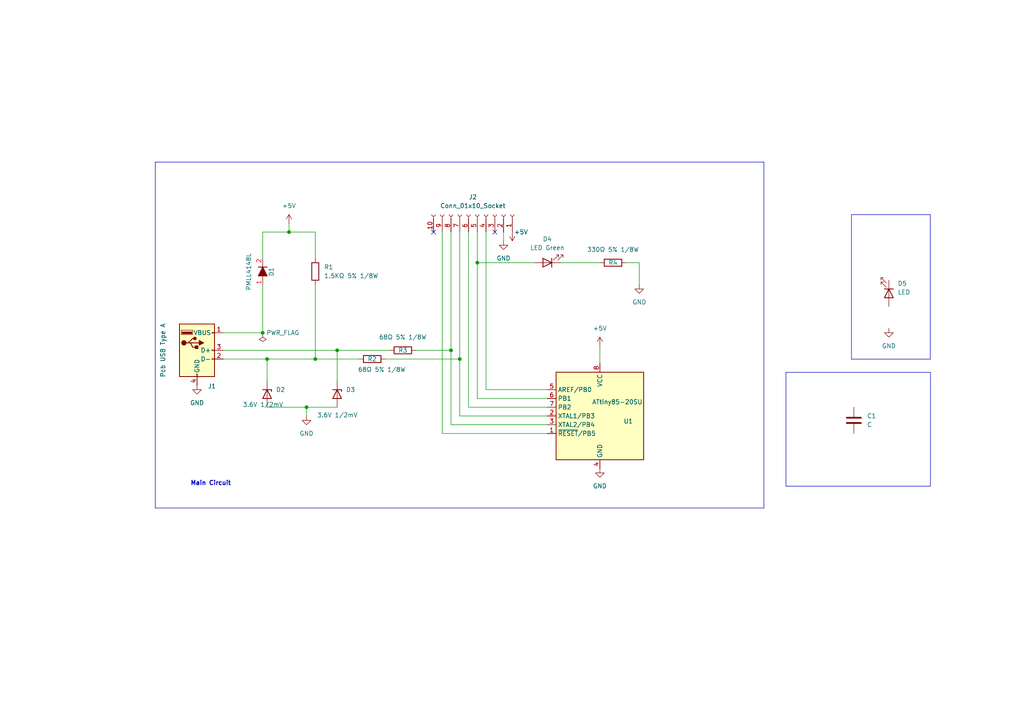
<source format=kicad_sch>
(kicad_sch
	(version 20231120)
	(generator "eeschema")
	(generator_version "8.0")
	(uuid "f2c20679-f28d-47ad-9191-2bfbde129570")
	(paper "A4")
	(title_block
		(date "2024-03-18")
		(rev "version Test2024")
		(company "UCC")
		(comment 1 "proyectoBase2024")
	)
	(lib_symbols
		(symbol "+5V_1"
			(power)
			(pin_names
				(offset 0)
			)
			(exclude_from_sim no)
			(in_bom yes)
			(on_board yes)
			(property "Reference" "#PWR"
				(at 0 -3.81 0)
				(effects
					(font
						(size 1.27 1.27)
					)
					(hide yes)
				)
			)
			(property "Value" "+5V_1"
				(at 0 3.556 0)
				(effects
					(font
						(size 1.27 1.27)
					)
				)
			)
			(property "Footprint" ""
				(at 0 0 0)
				(effects
					(font
						(size 1.27 1.27)
					)
					(hide yes)
				)
			)
			(property "Datasheet" ""
				(at 0 0 0)
				(effects
					(font
						(size 1.27 1.27)
					)
					(hide yes)
				)
			)
			(property "Description" "Power symbol creates a global label with name \"+5V\""
				(at 0 0 0)
				(effects
					(font
						(size 1.27 1.27)
					)
					(hide yes)
				)
			)
			(property "ki_keywords" "global power"
				(at 0 0 0)
				(effects
					(font
						(size 1.27 1.27)
					)
					(hide yes)
				)
			)
			(symbol "+5V_1_0_1"
				(polyline
					(pts
						(xy -0.762 1.27) (xy 0 2.54)
					)
					(stroke
						(width 0)
						(type default)
					)
					(fill
						(type none)
					)
				)
				(polyline
					(pts
						(xy 0 0) (xy 0 2.54)
					)
					(stroke
						(width 0)
						(type default)
					)
					(fill
						(type none)
					)
				)
				(polyline
					(pts
						(xy 0 2.54) (xy 0.762 1.27)
					)
					(stroke
						(width 0)
						(type default)
					)
					(fill
						(type none)
					)
				)
			)
			(symbol "+5V_1_1_1"
				(pin power_in line
					(at 0 0 90)
					(length 0) hide
					(name "+5V"
						(effects
							(font
								(size 1.27 1.27)
							)
						)
					)
					(number "1"
						(effects
							(font
								(size 1.27 1.27)
							)
						)
					)
				)
			)
		)
		(symbol "Connector:Conn_01x10_Socket"
			(pin_names
				(offset 1.016) hide)
			(exclude_from_sim no)
			(in_bom yes)
			(on_board yes)
			(property "Reference" "J"
				(at 0 12.7 0)
				(effects
					(font
						(size 1.27 1.27)
					)
				)
			)
			(property "Value" "Conn_01x10_Socket"
				(at 0 -15.24 0)
				(effects
					(font
						(size 1.27 1.27)
					)
				)
			)
			(property "Footprint" ""
				(at 0 0 0)
				(effects
					(font
						(size 1.27 1.27)
					)
					(hide yes)
				)
			)
			(property "Datasheet" "~"
				(at 0 0 0)
				(effects
					(font
						(size 1.27 1.27)
					)
					(hide yes)
				)
			)
			(property "Description" "Generic connector, single row, 01x10, script generated"
				(at 0 0 0)
				(effects
					(font
						(size 1.27 1.27)
					)
					(hide yes)
				)
			)
			(property "ki_locked" ""
				(at 0 0 0)
				(effects
					(font
						(size 1.27 1.27)
					)
				)
			)
			(property "ki_keywords" "connector"
				(at 0 0 0)
				(effects
					(font
						(size 1.27 1.27)
					)
					(hide yes)
				)
			)
			(property "ki_fp_filters" "Connector*:*_1x??_*"
				(at 0 0 0)
				(effects
					(font
						(size 1.27 1.27)
					)
					(hide yes)
				)
			)
			(symbol "Conn_01x10_Socket_1_1"
				(arc
					(start 0 -12.192)
					(mid -0.5058 -12.7)
					(end 0 -13.208)
					(stroke
						(width 0.1524)
						(type default)
					)
					(fill
						(type none)
					)
				)
				(arc
					(start 0 -9.652)
					(mid -0.5058 -10.16)
					(end 0 -10.668)
					(stroke
						(width 0.1524)
						(type default)
					)
					(fill
						(type none)
					)
				)
				(arc
					(start 0 -7.112)
					(mid -0.5058 -7.62)
					(end 0 -8.128)
					(stroke
						(width 0.1524)
						(type default)
					)
					(fill
						(type none)
					)
				)
				(arc
					(start 0 -4.572)
					(mid -0.5058 -5.08)
					(end 0 -5.588)
					(stroke
						(width 0.1524)
						(type default)
					)
					(fill
						(type none)
					)
				)
				(arc
					(start 0 -2.032)
					(mid -0.5058 -2.54)
					(end 0 -3.048)
					(stroke
						(width 0.1524)
						(type default)
					)
					(fill
						(type none)
					)
				)
				(polyline
					(pts
						(xy -1.27 -12.7) (xy -0.508 -12.7)
					)
					(stroke
						(width 0.1524)
						(type default)
					)
					(fill
						(type none)
					)
				)
				(polyline
					(pts
						(xy -1.27 -10.16) (xy -0.508 -10.16)
					)
					(stroke
						(width 0.1524)
						(type default)
					)
					(fill
						(type none)
					)
				)
				(polyline
					(pts
						(xy -1.27 -7.62) (xy -0.508 -7.62)
					)
					(stroke
						(width 0.1524)
						(type default)
					)
					(fill
						(type none)
					)
				)
				(polyline
					(pts
						(xy -1.27 -5.08) (xy -0.508 -5.08)
					)
					(stroke
						(width 0.1524)
						(type default)
					)
					(fill
						(type none)
					)
				)
				(polyline
					(pts
						(xy -1.27 -2.54) (xy -0.508 -2.54)
					)
					(stroke
						(width 0.1524)
						(type default)
					)
					(fill
						(type none)
					)
				)
				(polyline
					(pts
						(xy -1.27 0) (xy -0.508 0)
					)
					(stroke
						(width 0.1524)
						(type default)
					)
					(fill
						(type none)
					)
				)
				(polyline
					(pts
						(xy -1.27 2.54) (xy -0.508 2.54)
					)
					(stroke
						(width 0.1524)
						(type default)
					)
					(fill
						(type none)
					)
				)
				(polyline
					(pts
						(xy -1.27 5.08) (xy -0.508 5.08)
					)
					(stroke
						(width 0.1524)
						(type default)
					)
					(fill
						(type none)
					)
				)
				(polyline
					(pts
						(xy -1.27 7.62) (xy -0.508 7.62)
					)
					(stroke
						(width 0.1524)
						(type default)
					)
					(fill
						(type none)
					)
				)
				(polyline
					(pts
						(xy -1.27 10.16) (xy -0.508 10.16)
					)
					(stroke
						(width 0.1524)
						(type default)
					)
					(fill
						(type none)
					)
				)
				(arc
					(start 0 0.508)
					(mid -0.5058 0)
					(end 0 -0.508)
					(stroke
						(width 0.1524)
						(type default)
					)
					(fill
						(type none)
					)
				)
				(arc
					(start 0 3.048)
					(mid -0.5058 2.54)
					(end 0 2.032)
					(stroke
						(width 0.1524)
						(type default)
					)
					(fill
						(type none)
					)
				)
				(arc
					(start 0 5.588)
					(mid -0.5058 5.08)
					(end 0 4.572)
					(stroke
						(width 0.1524)
						(type default)
					)
					(fill
						(type none)
					)
				)
				(arc
					(start 0 8.128)
					(mid -0.5058 7.62)
					(end 0 7.112)
					(stroke
						(width 0.1524)
						(type default)
					)
					(fill
						(type none)
					)
				)
				(arc
					(start 0 10.668)
					(mid -0.5058 10.16)
					(end 0 9.652)
					(stroke
						(width 0.1524)
						(type default)
					)
					(fill
						(type none)
					)
				)
				(pin passive line
					(at -5.08 10.16 0)
					(length 3.81)
					(name "Pin_1"
						(effects
							(font
								(size 1.27 1.27)
							)
						)
					)
					(number "1"
						(effects
							(font
								(size 1.27 1.27)
							)
						)
					)
				)
				(pin passive line
					(at -5.08 -12.7 0)
					(length 3.81)
					(name "Pin_10"
						(effects
							(font
								(size 1.27 1.27)
							)
						)
					)
					(number "10"
						(effects
							(font
								(size 1.27 1.27)
							)
						)
					)
				)
				(pin passive line
					(at -5.08 7.62 0)
					(length 3.81)
					(name "Pin_2"
						(effects
							(font
								(size 1.27 1.27)
							)
						)
					)
					(number "2"
						(effects
							(font
								(size 1.27 1.27)
							)
						)
					)
				)
				(pin passive line
					(at -5.08 5.08 0)
					(length 3.81)
					(name "Pin_3"
						(effects
							(font
								(size 1.27 1.27)
							)
						)
					)
					(number "3"
						(effects
							(font
								(size 1.27 1.27)
							)
						)
					)
				)
				(pin passive line
					(at -5.08 2.54 0)
					(length 3.81)
					(name "Pin_4"
						(effects
							(font
								(size 1.27 1.27)
							)
						)
					)
					(number "4"
						(effects
							(font
								(size 1.27 1.27)
							)
						)
					)
				)
				(pin passive line
					(at -5.08 0 0)
					(length 3.81)
					(name "Pin_5"
						(effects
							(font
								(size 1.27 1.27)
							)
						)
					)
					(number "5"
						(effects
							(font
								(size 1.27 1.27)
							)
						)
					)
				)
				(pin passive line
					(at -5.08 -2.54 0)
					(length 3.81)
					(name "Pin_6"
						(effects
							(font
								(size 1.27 1.27)
							)
						)
					)
					(number "6"
						(effects
							(font
								(size 1.27 1.27)
							)
						)
					)
				)
				(pin passive line
					(at -5.08 -5.08 0)
					(length 3.81)
					(name "Pin_7"
						(effects
							(font
								(size 1.27 1.27)
							)
						)
					)
					(number "7"
						(effects
							(font
								(size 1.27 1.27)
							)
						)
					)
				)
				(pin passive line
					(at -5.08 -7.62 0)
					(length 3.81)
					(name "Pin_8"
						(effects
							(font
								(size 1.27 1.27)
							)
						)
					)
					(number "8"
						(effects
							(font
								(size 1.27 1.27)
							)
						)
					)
				)
				(pin passive line
					(at -5.08 -10.16 0)
					(length 3.81)
					(name "Pin_9"
						(effects
							(font
								(size 1.27 1.27)
							)
						)
					)
					(number "9"
						(effects
							(font
								(size 1.27 1.27)
							)
						)
					)
				)
			)
		)
		(symbol "Connector:USB_A"
			(pin_names
				(offset 1.016)
			)
			(exclude_from_sim no)
			(in_bom yes)
			(on_board yes)
			(property "Reference" "J2"
				(at 0 12.7 0)
				(effects
					(font
						(size 1.27 1.27)
					)
				)
			)
			(property "Value" "USB_A"
				(at 0 10.16 0)
				(effects
					(font
						(size 1.27 1.27)
					)
				)
			)
			(property "Footprint" ""
				(at 3.81 -1.27 0)
				(effects
					(font
						(size 1.27 1.27)
					)
					(hide yes)
				)
			)
			(property "Datasheet" " ~"
				(at 3.81 -1.27 0)
				(effects
					(font
						(size 1.27 1.27)
					)
					(hide yes)
				)
			)
			(property "Description" "USB Type A connector"
				(at 0 0 0)
				(effects
					(font
						(size 1.27 1.27)
					)
					(hide yes)
				)
			)
			(property "ki_keywords" "connector USB"
				(at 0 0 0)
				(effects
					(font
						(size 1.27 1.27)
					)
					(hide yes)
				)
			)
			(property "ki_fp_filters" "USB*"
				(at 0 0 0)
				(effects
					(font
						(size 1.27 1.27)
					)
					(hide yes)
				)
			)
			(symbol "USB_A_0_1"
				(rectangle
					(start -5.08 -7.62)
					(end 5.08 7.62)
					(stroke
						(width 0.254)
						(type default)
					)
					(fill
						(type background)
					)
				)
				(circle
					(center -3.81 2.159)
					(radius 0.635)
					(stroke
						(width 0.254)
						(type default)
					)
					(fill
						(type outline)
					)
				)
				(rectangle
					(start -1.524 4.826)
					(end -4.318 5.334)
					(stroke
						(width 0)
						(type default)
					)
					(fill
						(type outline)
					)
				)
				(rectangle
					(start -1.27 4.572)
					(end -4.572 5.842)
					(stroke
						(width 0)
						(type default)
					)
					(fill
						(type none)
					)
				)
				(circle
					(center -0.635 3.429)
					(radius 0.381)
					(stroke
						(width 0.254)
						(type default)
					)
					(fill
						(type outline)
					)
				)
				(rectangle
					(start -0.127 -7.62)
					(end 0.127 -6.858)
					(stroke
						(width 0)
						(type default)
					)
					(fill
						(type none)
					)
				)
				(polyline
					(pts
						(xy -3.175 2.159) (xy -2.54 2.159) (xy -1.27 3.429) (xy -0.635 3.429)
					)
					(stroke
						(width 0.254)
						(type default)
					)
					(fill
						(type none)
					)
				)
				(polyline
					(pts
						(xy -2.54 2.159) (xy -1.905 2.159) (xy -1.27 0.889) (xy 0 0.889)
					)
					(stroke
						(width 0.254)
						(type default)
					)
					(fill
						(type none)
					)
				)
				(polyline
					(pts
						(xy 0.635 2.794) (xy 0.635 1.524) (xy 1.905 2.159) (xy 0.635 2.794)
					)
					(stroke
						(width 0.254)
						(type default)
					)
					(fill
						(type outline)
					)
				)
				(rectangle
					(start 0.254 1.27)
					(end -0.508 0.508)
					(stroke
						(width 0.254)
						(type default)
					)
					(fill
						(type outline)
					)
				)
				(rectangle
					(start 5.08 -2.667)
					(end 4.318 -2.413)
					(stroke
						(width 0)
						(type default)
					)
					(fill
						(type none)
					)
				)
				(rectangle
					(start 5.08 -0.127)
					(end 4.318 0.127)
					(stroke
						(width 0)
						(type default)
					)
					(fill
						(type none)
					)
				)
				(rectangle
					(start 5.08 4.953)
					(end 4.318 5.207)
					(stroke
						(width 0)
						(type default)
					)
					(fill
						(type none)
					)
				)
			)
			(symbol "USB_A_1_1"
				(polyline
					(pts
						(xy -1.905 2.159) (xy 0.635 2.159)
					)
					(stroke
						(width 0.254)
						(type default)
					)
					(fill
						(type none)
					)
				)
				(pin power_in line
					(at 7.62 5.08 180)
					(length 2.54)
					(name "VBUS"
						(effects
							(font
								(size 1.27 1.27)
							)
						)
					)
					(number "1"
						(effects
							(font
								(size 1.27 1.27)
							)
						)
					)
				)
				(pin bidirectional line
					(at 7.62 -2.54 180)
					(length 2.54)
					(name "D-"
						(effects
							(font
								(size 1.27 1.27)
							)
						)
					)
					(number "2"
						(effects
							(font
								(size 1.27 1.27)
							)
						)
					)
				)
				(pin bidirectional line
					(at 7.62 0 180)
					(length 2.54)
					(name "D+"
						(effects
							(font
								(size 1.27 1.27)
							)
						)
					)
					(number "3"
						(effects
							(font
								(size 1.27 1.27)
							)
						)
					)
				)
				(pin power_in line
					(at 0 -10.16 90)
					(length 2.54)
					(name "GND"
						(effects
							(font
								(size 1.27 1.27)
							)
						)
					)
					(number "4"
						(effects
							(font
								(size 1.27 1.27)
							)
						)
					)
				)
			)
		)
		(symbol "D_Filled_1"
			(pin_numbers hide)
			(pin_names
				(offset 1.016) hide)
			(exclude_from_sim no)
			(in_bom yes)
			(on_board yes)
			(property "Reference" "D"
				(at 0 2.54 0)
				(effects
					(font
						(size 1.27 1.27)
					)
				)
			)
			(property "Value" "D_Filled"
				(at 0 -2.54 0)
				(effects
					(font
						(size 1.27 1.27)
					)
				)
			)
			(property "Footprint" ""
				(at 0 0 0)
				(effects
					(font
						(size 1.27 1.27)
					)
					(hide yes)
				)
			)
			(property "Datasheet" "~"
				(at 0 0 0)
				(effects
					(font
						(size 1.27 1.27)
					)
					(hide yes)
				)
			)
			(property "Description" "Diode, filled shape"
				(at 0 0 0)
				(effects
					(font
						(size 1.27 1.27)
					)
					(hide yes)
				)
			)
			(property "Sim.Device" "D"
				(at 0 0 0)
				(effects
					(font
						(size 1.27 1.27)
					)
					(hide yes)
				)
			)
			(property "Sim.Pins" "1=K 2=A"
				(at 0 0 0)
				(effects
					(font
						(size 1.27 1.27)
					)
					(hide yes)
				)
			)
			(property "ki_keywords" "diode"
				(at 0 0 0)
				(effects
					(font
						(size 1.27 1.27)
					)
					(hide yes)
				)
			)
			(property "ki_fp_filters" "TO-???* *_Diode_* *SingleDiode* D_*"
				(at 0 0 0)
				(effects
					(font
						(size 1.27 1.27)
					)
					(hide yes)
				)
			)
			(symbol "D_Filled_1_0_1"
				(polyline
					(pts
						(xy -1.27 1.27) (xy -1.27 -1.27)
					)
					(stroke
						(width 0.254)
						(type default)
					)
					(fill
						(type none)
					)
				)
				(polyline
					(pts
						(xy 1.27 0) (xy -1.27 0)
					)
					(stroke
						(width 0)
						(type default)
					)
					(fill
						(type none)
					)
				)
				(polyline
					(pts
						(xy 1.27 1.27) (xy 1.27 -1.27) (xy -1.27 0) (xy 1.27 1.27)
					)
					(stroke
						(width 0.254)
						(type default)
					)
					(fill
						(type outline)
					)
				)
			)
			(symbol "D_Filled_1_1_1"
				(pin passive line
					(at -3.81 0 0)
					(length 2.54)
					(name "K"
						(effects
							(font
								(size 1.27 1.27)
							)
						)
					)
					(number "1"
						(effects
							(font
								(size 1.27 1.27)
							)
						)
					)
				)
				(pin passive line
					(at 3.81 0 180)
					(length 2.54)
					(name "A"
						(effects
							(font
								(size 1.27 1.27)
							)
						)
					)
					(number "2"
						(effects
							(font
								(size 1.27 1.27)
							)
						)
					)
				)
			)
		)
		(symbol "Device:C"
			(pin_numbers hide)
			(pin_names
				(offset 0.254)
			)
			(exclude_from_sim no)
			(in_bom yes)
			(on_board yes)
			(property "Reference" "C"
				(at 0.635 2.54 0)
				(effects
					(font
						(size 1.27 1.27)
					)
					(justify left)
				)
			)
			(property "Value" "C"
				(at 0.635 -2.54 0)
				(effects
					(font
						(size 1.27 1.27)
					)
					(justify left)
				)
			)
			(property "Footprint" ""
				(at 0.9652 -3.81 0)
				(effects
					(font
						(size 1.27 1.27)
					)
					(hide yes)
				)
			)
			(property "Datasheet" "~"
				(at 0 0 0)
				(effects
					(font
						(size 1.27 1.27)
					)
					(hide yes)
				)
			)
			(property "Description" "Unpolarized capacitor"
				(at 0 0 0)
				(effects
					(font
						(size 1.27 1.27)
					)
					(hide yes)
				)
			)
			(property "ki_keywords" "cap capacitor"
				(at 0 0 0)
				(effects
					(font
						(size 1.27 1.27)
					)
					(hide yes)
				)
			)
			(property "ki_fp_filters" "C_*"
				(at 0 0 0)
				(effects
					(font
						(size 1.27 1.27)
					)
					(hide yes)
				)
			)
			(symbol "C_0_1"
				(polyline
					(pts
						(xy -2.032 -0.762) (xy 2.032 -0.762)
					)
					(stroke
						(width 0.508)
						(type default)
					)
					(fill
						(type none)
					)
				)
				(polyline
					(pts
						(xy -2.032 0.762) (xy 2.032 0.762)
					)
					(stroke
						(width 0.508)
						(type default)
					)
					(fill
						(type none)
					)
				)
			)
			(symbol "C_1_1"
				(pin passive line
					(at 0 3.81 270)
					(length 2.794)
					(name "~"
						(effects
							(font
								(size 1.27 1.27)
							)
						)
					)
					(number "1"
						(effects
							(font
								(size 1.27 1.27)
							)
						)
					)
				)
				(pin passive line
					(at 0 -3.81 90)
					(length 2.794)
					(name "~"
						(effects
							(font
								(size 1.27 1.27)
							)
						)
					)
					(number "2"
						(effects
							(font
								(size 1.27 1.27)
							)
						)
					)
				)
			)
		)
		(symbol "Device:D_Zener"
			(pin_numbers hide)
			(pin_names
				(offset 1.016) hide)
			(exclude_from_sim no)
			(in_bom yes)
			(on_board yes)
			(property "Reference" "D"
				(at 0 2.54 0)
				(effects
					(font
						(size 1.27 1.27)
					)
				)
			)
			(property "Value" "D_Zener"
				(at 0 -2.54 0)
				(effects
					(font
						(size 1.27 1.27)
					)
				)
			)
			(property "Footprint" ""
				(at 0 0 0)
				(effects
					(font
						(size 1.27 1.27)
					)
					(hide yes)
				)
			)
			(property "Datasheet" "~"
				(at 0 0 0)
				(effects
					(font
						(size 1.27 1.27)
					)
					(hide yes)
				)
			)
			(property "Description" "Zener diode"
				(at 0 0 0)
				(effects
					(font
						(size 1.27 1.27)
					)
					(hide yes)
				)
			)
			(property "ki_keywords" "diode"
				(at 0 0 0)
				(effects
					(font
						(size 1.27 1.27)
					)
					(hide yes)
				)
			)
			(property "ki_fp_filters" "TO-???* *_Diode_* *SingleDiode* D_*"
				(at 0 0 0)
				(effects
					(font
						(size 1.27 1.27)
					)
					(hide yes)
				)
			)
			(symbol "D_Zener_0_1"
				(polyline
					(pts
						(xy 1.27 0) (xy -1.27 0)
					)
					(stroke
						(width 0)
						(type default)
					)
					(fill
						(type none)
					)
				)
				(polyline
					(pts
						(xy -1.27 -1.27) (xy -1.27 1.27) (xy -0.762 1.27)
					)
					(stroke
						(width 0.254)
						(type default)
					)
					(fill
						(type none)
					)
				)
				(polyline
					(pts
						(xy 1.27 -1.27) (xy 1.27 1.27) (xy -1.27 0) (xy 1.27 -1.27)
					)
					(stroke
						(width 0.254)
						(type default)
					)
					(fill
						(type none)
					)
				)
			)
			(symbol "D_Zener_1_1"
				(pin passive line
					(at -3.81 0 0)
					(length 2.54)
					(name "K"
						(effects
							(font
								(size 1.27 1.27)
							)
						)
					)
					(number "1"
						(effects
							(font
								(size 1.27 1.27)
							)
						)
					)
				)
				(pin passive line
					(at 3.81 0 180)
					(length 2.54)
					(name "A"
						(effects
							(font
								(size 1.27 1.27)
							)
						)
					)
					(number "2"
						(effects
							(font
								(size 1.27 1.27)
							)
						)
					)
				)
			)
		)
		(symbol "Device:LED"
			(pin_numbers hide)
			(pin_names
				(offset 1.016) hide)
			(exclude_from_sim no)
			(in_bom yes)
			(on_board yes)
			(property "Reference" "D"
				(at 0 2.54 0)
				(effects
					(font
						(size 1.27 1.27)
					)
				)
			)
			(property "Value" "LED"
				(at 0 -2.54 0)
				(effects
					(font
						(size 1.27 1.27)
					)
				)
			)
			(property "Footprint" ""
				(at 0 0 0)
				(effects
					(font
						(size 1.27 1.27)
					)
					(hide yes)
				)
			)
			(property "Datasheet" "~"
				(at 0 0 0)
				(effects
					(font
						(size 1.27 1.27)
					)
					(hide yes)
				)
			)
			(property "Description" "Light emitting diode"
				(at 0 0 0)
				(effects
					(font
						(size 1.27 1.27)
					)
					(hide yes)
				)
			)
			(property "ki_keywords" "LED diode"
				(at 0 0 0)
				(effects
					(font
						(size 1.27 1.27)
					)
					(hide yes)
				)
			)
			(property "ki_fp_filters" "LED* LED_SMD:* LED_THT:*"
				(at 0 0 0)
				(effects
					(font
						(size 1.27 1.27)
					)
					(hide yes)
				)
			)
			(symbol "LED_0_1"
				(polyline
					(pts
						(xy -1.27 -1.27) (xy -1.27 1.27)
					)
					(stroke
						(width 0.254)
						(type default)
					)
					(fill
						(type none)
					)
				)
				(polyline
					(pts
						(xy -1.27 0) (xy 1.27 0)
					)
					(stroke
						(width 0)
						(type default)
					)
					(fill
						(type none)
					)
				)
				(polyline
					(pts
						(xy 1.27 -1.27) (xy 1.27 1.27) (xy -1.27 0) (xy 1.27 -1.27)
					)
					(stroke
						(width 0.254)
						(type default)
					)
					(fill
						(type none)
					)
				)
				(polyline
					(pts
						(xy -3.048 -0.762) (xy -4.572 -2.286) (xy -3.81 -2.286) (xy -4.572 -2.286) (xy -4.572 -1.524)
					)
					(stroke
						(width 0)
						(type default)
					)
					(fill
						(type none)
					)
				)
				(polyline
					(pts
						(xy -1.778 -0.762) (xy -3.302 -2.286) (xy -2.54 -2.286) (xy -3.302 -2.286) (xy -3.302 -1.524)
					)
					(stroke
						(width 0)
						(type default)
					)
					(fill
						(type none)
					)
				)
			)
			(symbol "LED_1_1"
				(pin passive line
					(at -3.81 0 0)
					(length 2.54)
					(name "K"
						(effects
							(font
								(size 1.27 1.27)
							)
						)
					)
					(number "1"
						(effects
							(font
								(size 1.27 1.27)
							)
						)
					)
				)
				(pin passive line
					(at 3.81 0 180)
					(length 2.54)
					(name "A"
						(effects
							(font
								(size 1.27 1.27)
							)
						)
					)
					(number "2"
						(effects
							(font
								(size 1.27 1.27)
							)
						)
					)
				)
			)
		)
		(symbol "Device:R"
			(pin_numbers hide)
			(pin_names
				(offset 0)
			)
			(exclude_from_sim no)
			(in_bom yes)
			(on_board yes)
			(property "Reference" "R"
				(at 2.032 0 90)
				(effects
					(font
						(size 1.27 1.27)
					)
				)
			)
			(property "Value" "R"
				(at 0 0 90)
				(effects
					(font
						(size 1.27 1.27)
					)
				)
			)
			(property "Footprint" ""
				(at -1.778 0 90)
				(effects
					(font
						(size 1.27 1.27)
					)
					(hide yes)
				)
			)
			(property "Datasheet" "~"
				(at 0 0 0)
				(effects
					(font
						(size 1.27 1.27)
					)
					(hide yes)
				)
			)
			(property "Description" "Resistor"
				(at 0 0 0)
				(effects
					(font
						(size 1.27 1.27)
					)
					(hide yes)
				)
			)
			(property "ki_keywords" "R res resistor"
				(at 0 0 0)
				(effects
					(font
						(size 1.27 1.27)
					)
					(hide yes)
				)
			)
			(property "ki_fp_filters" "R_*"
				(at 0 0 0)
				(effects
					(font
						(size 1.27 1.27)
					)
					(hide yes)
				)
			)
			(symbol "R_0_1"
				(rectangle
					(start -1.016 -2.54)
					(end 1.016 2.54)
					(stroke
						(width 0.254)
						(type default)
					)
					(fill
						(type none)
					)
				)
			)
			(symbol "R_1_1"
				(pin passive line
					(at 0 3.81 270)
					(length 1.27)
					(name "~"
						(effects
							(font
								(size 1.27 1.27)
							)
						)
					)
					(number "1"
						(effects
							(font
								(size 1.27 1.27)
							)
						)
					)
				)
				(pin passive line
					(at 0 -3.81 90)
					(length 1.27)
					(name "~"
						(effects
							(font
								(size 1.27 1.27)
							)
						)
					)
					(number "2"
						(effects
							(font
								(size 1.27 1.27)
							)
						)
					)
				)
			)
		)
		(symbol "GND_1"
			(power)
			(pin_names
				(offset 0)
			)
			(exclude_from_sim no)
			(in_bom yes)
			(on_board yes)
			(property "Reference" "#PWR"
				(at 0 -6.35 0)
				(effects
					(font
						(size 1.27 1.27)
					)
					(hide yes)
				)
			)
			(property "Value" "GND_1"
				(at 0 -3.81 0)
				(effects
					(font
						(size 1.27 1.27)
					)
				)
			)
			(property "Footprint" ""
				(at 0 0 0)
				(effects
					(font
						(size 1.27 1.27)
					)
					(hide yes)
				)
			)
			(property "Datasheet" ""
				(at 0 0 0)
				(effects
					(font
						(size 1.27 1.27)
					)
					(hide yes)
				)
			)
			(property "Description" "Power symbol creates a global label with name \"GND\" , ground"
				(at 0 0 0)
				(effects
					(font
						(size 1.27 1.27)
					)
					(hide yes)
				)
			)
			(property "ki_keywords" "global power"
				(at 0 0 0)
				(effects
					(font
						(size 1.27 1.27)
					)
					(hide yes)
				)
			)
			(symbol "GND_1_0_1"
				(polyline
					(pts
						(xy 0 0) (xy 0 -1.27) (xy 1.27 -1.27) (xy 0 -2.54) (xy -1.27 -1.27) (xy 0 -1.27)
					)
					(stroke
						(width 0)
						(type default)
					)
					(fill
						(type none)
					)
				)
			)
			(symbol "GND_1_1_1"
				(pin power_in line
					(at 0 0 270)
					(length 0) hide
					(name "GND"
						(effects
							(font
								(size 1.27 1.27)
							)
						)
					)
					(number "1"
						(effects
							(font
								(size 1.27 1.27)
							)
						)
					)
				)
			)
		)
		(symbol "MCU_Microchip_ATtiny:ATtiny85-20S"
			(exclude_from_sim no)
			(in_bom yes)
			(on_board yes)
			(property "Reference" "U"
				(at -12.7 13.97 0)
				(effects
					(font
						(size 1.27 1.27)
					)
					(justify left bottom)
				)
			)
			(property "Value" "ATtiny85-20S"
				(at 2.54 -13.97 0)
				(effects
					(font
						(size 1.27 1.27)
					)
					(justify left top)
				)
			)
			(property "Footprint" "Package_SO:SOIC-8W_5.3x5.3mm_P1.27mm"
				(at 0 0 0)
				(effects
					(font
						(size 1.27 1.27)
						(italic yes)
					)
					(hide yes)
				)
			)
			(property "Datasheet" "http://ww1.microchip.com/downloads/en/DeviceDoc/atmel-2586-avr-8-bit-microcontroller-attiny25-attiny45-attiny85_datasheet.pdf"
				(at 0 0 0)
				(effects
					(font
						(size 1.27 1.27)
					)
					(hide yes)
				)
			)
			(property "Description" "20MHz, 8kB Flash, 512B SRAM, 512B EEPROM, debugWIRE, SOIC-8W"
				(at 0 0 0)
				(effects
					(font
						(size 1.27 1.27)
					)
					(hide yes)
				)
			)
			(property "ki_keywords" "AVR 8bit Microcontroller tinyAVR"
				(at 0 0 0)
				(effects
					(font
						(size 1.27 1.27)
					)
					(hide yes)
				)
			)
			(property "ki_fp_filters" "SOIC*5.3x5.3mm*P1.27mm*"
				(at 0 0 0)
				(effects
					(font
						(size 1.27 1.27)
					)
					(hide yes)
				)
			)
			(symbol "ATtiny85-20S_0_1"
				(rectangle
					(start -12.7 -12.7)
					(end 12.7 12.7)
					(stroke
						(width 0.254)
						(type default)
					)
					(fill
						(type background)
					)
				)
			)
			(symbol "ATtiny85-20S_1_1"
				(pin bidirectional line
					(at 15.24 -5.08 180)
					(length 2.54)
					(name "~{RESET}/PB5"
						(effects
							(font
								(size 1.27 1.27)
							)
						)
					)
					(number "1"
						(effects
							(font
								(size 1.27 1.27)
							)
						)
					)
				)
				(pin bidirectional line
					(at 15.24 0 180)
					(length 2.54)
					(name "XTAL1/PB3"
						(effects
							(font
								(size 1.27 1.27)
							)
						)
					)
					(number "2"
						(effects
							(font
								(size 1.27 1.27)
							)
						)
					)
				)
				(pin bidirectional line
					(at 15.24 -2.54 180)
					(length 2.54)
					(name "XTAL2/PB4"
						(effects
							(font
								(size 1.27 1.27)
							)
						)
					)
					(number "3"
						(effects
							(font
								(size 1.27 1.27)
							)
						)
					)
				)
				(pin power_in line
					(at 0 -15.24 90)
					(length 2.54)
					(name "GND"
						(effects
							(font
								(size 1.27 1.27)
							)
						)
					)
					(number "4"
						(effects
							(font
								(size 1.27 1.27)
							)
						)
					)
				)
				(pin bidirectional line
					(at 15.24 7.62 180)
					(length 2.54)
					(name "AREF/PB0"
						(effects
							(font
								(size 1.27 1.27)
							)
						)
					)
					(number "5"
						(effects
							(font
								(size 1.27 1.27)
							)
						)
					)
				)
				(pin bidirectional line
					(at 15.24 5.08 180)
					(length 2.54)
					(name "PB1"
						(effects
							(font
								(size 1.27 1.27)
							)
						)
					)
					(number "6"
						(effects
							(font
								(size 1.27 1.27)
							)
						)
					)
				)
				(pin bidirectional line
					(at 15.24 2.54 180)
					(length 2.54)
					(name "PB2"
						(effects
							(font
								(size 1.27 1.27)
							)
						)
					)
					(number "7"
						(effects
							(font
								(size 1.27 1.27)
							)
						)
					)
				)
				(pin power_in line
					(at 0 15.24 270)
					(length 2.54)
					(name "VCC"
						(effects
							(font
								(size 1.27 1.27)
							)
						)
					)
					(number "8"
						(effects
							(font
								(size 1.27 1.27)
							)
						)
					)
				)
			)
		)
		(symbol "PWR_FLAG_1"
			(power)
			(pin_numbers hide)
			(pin_names
				(offset 0) hide)
			(exclude_from_sim no)
			(in_bom yes)
			(on_board yes)
			(property "Reference" "#FLG"
				(at 0 1.905 0)
				(effects
					(font
						(size 1.27 1.27)
					)
					(hide yes)
				)
			)
			(property "Value" "PWR_FLAG_1"
				(at 0 3.81 0)
				(effects
					(font
						(size 1.27 1.27)
					)
				)
			)
			(property "Footprint" ""
				(at 0 0 0)
				(effects
					(font
						(size 1.27 1.27)
					)
					(hide yes)
				)
			)
			(property "Datasheet" "~"
				(at 0 0 0)
				(effects
					(font
						(size 1.27 1.27)
					)
					(hide yes)
				)
			)
			(property "Description" "Special symbol for telling ERC where power comes from"
				(at 0 0 0)
				(effects
					(font
						(size 1.27 1.27)
					)
					(hide yes)
				)
			)
			(property "ki_keywords" "flag power"
				(at 0 0 0)
				(effects
					(font
						(size 1.27 1.27)
					)
					(hide yes)
				)
			)
			(symbol "PWR_FLAG_1_0_0"
				(pin power_out line
					(at 0 0 90)
					(length 0)
					(name "pwr"
						(effects
							(font
								(size 1.27 1.27)
							)
						)
					)
					(number "1"
						(effects
							(font
								(size 1.27 1.27)
							)
						)
					)
				)
			)
			(symbol "PWR_FLAG_1_0_1"
				(polyline
					(pts
						(xy 0 0) (xy 0 1.27) (xy -1.016 1.905) (xy 0 2.54) (xy 1.016 1.905) (xy 0 1.27)
					)
					(stroke
						(width 0)
						(type default)
					)
					(fill
						(type none)
					)
				)
			)
		)
	)
	(junction
		(at 91.44 104.14)
		(diameter 0)
		(color 0 0 0 0)
		(uuid "0035e994-c196-4437-9beb-c115342d07f9")
	)
	(junction
		(at 88.9 118.11)
		(diameter 0)
		(color 0 0 0 0)
		(uuid "19cf9e18-affe-4b38-8d92-865c8ccd45f9")
	)
	(junction
		(at 130.81 101.6)
		(diameter 0)
		(color 0 0 0 0)
		(uuid "26349510-0c63-41fc-a6a6-8c9f42553bad")
	)
	(junction
		(at 83.82 67.31)
		(diameter 0)
		(color 0 0 0 0)
		(uuid "45e23898-725d-4312-9589-842bbc39b85b")
	)
	(junction
		(at 138.43 76.2)
		(diameter 0)
		(color 0 0 0 0)
		(uuid "484c10c0-55f0-407f-b681-dcc9d28d86cc")
	)
	(junction
		(at 97.79 101.6)
		(diameter 0)
		(color 0 0 0 0)
		(uuid "49b64edb-a1b5-4dbe-b6b7-dc31092251e2")
	)
	(junction
		(at 77.47 104.14)
		(diameter 0)
		(color 0 0 0 0)
		(uuid "7daf8932-850e-4c06-bf0a-11e7609fcb49")
	)
	(junction
		(at 76.2 96.52)
		(diameter 0)
		(color 0 0 0 0)
		(uuid "bfaa59e3-cfac-4d42-bb44-ced071862d6c")
	)
	(junction
		(at 133.35 104.14)
		(diameter 0)
		(color 0 0 0 0)
		(uuid "f1888cf9-f859-4f45-ac74-3f629219015b")
	)
	(no_connect
		(at 143.51 67.31)
		(uuid "d8fe12a3-d365-4a1e-b445-a736845c5e6e")
	)
	(no_connect
		(at 125.73 67.31)
		(uuid "f872347e-f5e8-462a-a7c6-4fcd3d895ed2")
	)
	(wire
		(pts
			(xy 64.77 101.6) (xy 97.79 101.6)
		)
		(stroke
			(width 0)
			(type default)
		)
		(uuid "091b83b6-0a5c-483c-850f-bd0c993dc8d2")
	)
	(wire
		(pts
			(xy 88.9 118.11) (xy 97.79 118.11)
		)
		(stroke
			(width 0)
			(type default)
		)
		(uuid "0bae3732-d556-4e09-b0f4-dc299efc4d2e")
	)
	(wire
		(pts
			(xy 64.77 96.52) (xy 76.2 96.52)
		)
		(stroke
			(width 0)
			(type default)
		)
		(uuid "0c3a93c1-08e3-4fb4-a259-7ccc3421475c")
	)
	(wire
		(pts
			(xy 128.27 125.73) (xy 158.75 125.73)
		)
		(stroke
			(width 0)
			(type default)
		)
		(uuid "0c3d1025-a18f-4801-86e7-991f5a893921")
	)
	(wire
		(pts
			(xy 173.99 100.33) (xy 173.99 105.41)
		)
		(stroke
			(width 0)
			(type default)
		)
		(uuid "128270f3-fff3-4cb9-a409-10d2eed2918d")
	)
	(polyline
		(pts
			(xy 45.0342 147.3454) (xy 45.0342 47.0154)
		)
		(stroke
			(width 0)
			(type default)
		)
		(uuid "12c67071-fe67-4f47-a0ca-3ef1ab2bc966")
	)
	(wire
		(pts
			(xy 138.43 115.57) (xy 158.75 115.57)
		)
		(stroke
			(width 0)
			(type default)
		)
		(uuid "18cde8de-0e69-4279-b6fe-724e80b02c48")
	)
	(polyline
		(pts
			(xy 221.5642 47.0154) (xy 221.5642 147.3454)
		)
		(stroke
			(width 0)
			(type default)
		)
		(uuid "1f5f82f7-3c3e-40e2-9a00-ce83a042d5ac")
	)
	(wire
		(pts
			(xy 128.27 67.31) (xy 128.27 125.73)
		)
		(stroke
			(width 0)
			(type default)
		)
		(uuid "200042b6-114d-4d32-9980-031331b33a46")
	)
	(wire
		(pts
			(xy 91.44 104.14) (xy 104.14 104.14)
		)
		(stroke
			(width 0)
			(type default)
		)
		(uuid "26b8589f-5644-4a8f-81c8-956b31ccbd52")
	)
	(wire
		(pts
			(xy 135.89 118.11) (xy 158.75 118.11)
		)
		(stroke
			(width 0)
			(type default)
		)
		(uuid "2738fc70-cba1-468d-86a9-a9f235ad33b1")
	)
	(wire
		(pts
			(xy 77.47 104.14) (xy 91.44 104.14)
		)
		(stroke
			(width 0)
			(type default)
		)
		(uuid "38d53711-18d7-45a2-be50-6c50d52fff85")
	)
	(wire
		(pts
			(xy 88.9 118.11) (xy 88.9 120.65)
		)
		(stroke
			(width 0)
			(type default)
		)
		(uuid "3cc0d591-6bb9-46c6-b9db-168ad2bed824")
	)
	(wire
		(pts
			(xy 76.2 82.55) (xy 76.2 96.52)
		)
		(stroke
			(width 0)
			(type default)
		)
		(uuid "3e9429d0-41bd-4900-b936-ea868a4d2922")
	)
	(wire
		(pts
			(xy 83.82 64.77) (xy 83.82 67.31)
		)
		(stroke
			(width 0)
			(type default)
		)
		(uuid "410248ad-2904-4812-8d85-850535af93ee")
	)
	(wire
		(pts
			(xy 135.89 67.31) (xy 135.89 118.11)
		)
		(stroke
			(width 0)
			(type default)
		)
		(uuid "42274cce-a32b-43d4-912e-b9a8ae8dd23d")
	)
	(wire
		(pts
			(xy 76.2 67.31) (xy 76.2 74.93)
		)
		(stroke
			(width 0)
			(type default)
		)
		(uuid "4c2df597-1210-449c-9045-650fb6953e19")
	)
	(polyline
		(pts
			(xy 269.8242 62.2554) (xy 269.8242 104.1654)
		)
		(stroke
			(width 0)
			(type default)
		)
		(uuid "4eb3e81b-c3fe-4e85-853e-9ce32520e02d")
	)
	(wire
		(pts
			(xy 77.47 104.14) (xy 77.47 110.49)
		)
		(stroke
			(width 0)
			(type default)
		)
		(uuid "4f14000a-c3ae-4f33-bbcc-d6ef990cc945")
	)
	(wire
		(pts
			(xy 130.81 67.31) (xy 130.81 101.6)
		)
		(stroke
			(width 0)
			(type default)
		)
		(uuid "5ab408a2-e8c3-4392-be3c-5de643119ced")
	)
	(wire
		(pts
			(xy 138.43 76.2) (xy 138.43 115.57)
		)
		(stroke
			(width 0)
			(type default)
		)
		(uuid "5ca36ac9-b144-46b8-90da-f85820944c0e")
	)
	(polyline
		(pts
			(xy 227.965 108.0008) (xy 269.875 108.0008)
		)
		(stroke
			(width 0)
			(type default)
		)
		(uuid "654c2277-b153-442b-b460-0cc1001e1bfe")
	)
	(wire
		(pts
			(xy 91.44 74.93) (xy 91.44 67.31)
		)
		(stroke
			(width 0)
			(type default)
		)
		(uuid "665d1084-3d66-40eb-90e9-0b52b7697f60")
	)
	(wire
		(pts
			(xy 97.79 101.6) (xy 97.79 110.49)
		)
		(stroke
			(width 0)
			(type default)
		)
		(uuid "6f309ce0-6bc5-466e-902f-dfcf7264e451")
	)
	(polyline
		(pts
			(xy 269.8242 104.1654) (xy 246.9642 104.1654)
		)
		(stroke
			(width 0)
			(type default)
		)
		(uuid "73b21d52-5af1-4324-ac82-7fc4e93bc07a")
	)
	(wire
		(pts
			(xy 133.35 104.14) (xy 133.35 120.65)
		)
		(stroke
			(width 0)
			(type default)
		)
		(uuid "752ae575-3a17-4493-9b02-bf07e352b1ad")
	)
	(polyline
		(pts
			(xy 227.965 141.0208) (xy 227.965 108.0008)
		)
		(stroke
			(width 0)
			(type default)
		)
		(uuid "7b5ddeea-8245-4000-8222-3f545ae9a1f4")
	)
	(polyline
		(pts
			(xy 221.5642 147.3454) (xy 45.0342 147.3454)
		)
		(stroke
			(width 0)
			(type default)
		)
		(uuid "7ebb2a4f-8cb5-40c6-9206-e43704b68921")
	)
	(wire
		(pts
			(xy 120.65 101.6) (xy 130.81 101.6)
		)
		(stroke
			(width 0)
			(type default)
		)
		(uuid "812ac703-463c-444b-b64b-a159a7765206")
	)
	(wire
		(pts
			(xy 64.77 104.14) (xy 77.47 104.14)
		)
		(stroke
			(width 0)
			(type default)
		)
		(uuid "8891a1e2-1c34-42f5-a775-6e725ed0f9b9")
	)
	(wire
		(pts
			(xy 91.44 67.31) (xy 83.82 67.31)
		)
		(stroke
			(width 0)
			(type default)
		)
		(uuid "8de918df-97f3-401f-978b-270bad6ea405")
	)
	(wire
		(pts
			(xy 181.61 76.2) (xy 185.42 76.2)
		)
		(stroke
			(width 0)
			(type default)
		)
		(uuid "9148942f-52d7-4b5a-b905-5b7ed75c6b17")
	)
	(wire
		(pts
			(xy 158.75 113.03) (xy 140.97 113.03)
		)
		(stroke
			(width 0)
			(type default)
		)
		(uuid "9908bc91-f845-4dfd-b4af-8b2b95d27960")
	)
	(wire
		(pts
			(xy 138.43 67.31) (xy 138.43 76.2)
		)
		(stroke
			(width 0)
			(type default)
		)
		(uuid "a5114306-75c6-4c9b-aa53-487040666975")
	)
	(wire
		(pts
			(xy 146.05 67.31) (xy 146.05 69.85)
		)
		(stroke
			(width 0)
			(type default)
		)
		(uuid "aa97213a-1e05-46a1-8351-ca7f92933fd2")
	)
	(wire
		(pts
			(xy 130.81 101.6) (xy 130.81 123.19)
		)
		(stroke
			(width 0)
			(type default)
		)
		(uuid "ad50801b-82c5-4dc9-9af5-f706bd3e9f39")
	)
	(wire
		(pts
			(xy 83.82 67.31) (xy 76.2 67.31)
		)
		(stroke
			(width 0)
			(type default)
		)
		(uuid "b11c46b5-30da-4c8b-87c3-78881e57a632")
	)
	(wire
		(pts
			(xy 133.35 67.31) (xy 133.35 104.14)
		)
		(stroke
			(width 0)
			(type default)
		)
		(uuid "c18c185a-5877-4e6d-8f61-ffca310ff108")
	)
	(polyline
		(pts
			(xy 246.9642 104.1654) (xy 246.9642 62.2554)
		)
		(stroke
			(width 0)
			(type default)
		)
		(uuid "c289a2e8-800f-459f-8e02-e4181254dd67")
	)
	(polyline
		(pts
			(xy 246.9642 62.2554) (xy 269.8242 62.2554)
		)
		(stroke
			(width 0)
			(type default)
		)
		(uuid "c5196035-626d-4878-af78-a964605d27be")
	)
	(wire
		(pts
			(xy 111.76 104.14) (xy 133.35 104.14)
		)
		(stroke
			(width 0)
			(type default)
		)
		(uuid "d25dac7b-00d9-4ce6-9a03-9f54ea5d0fb4")
	)
	(wire
		(pts
			(xy 77.47 118.11) (xy 88.9 118.11)
		)
		(stroke
			(width 0)
			(type default)
		)
		(uuid "d5cfa4fe-4267-4bac-a866-8fcb8fb1df08")
	)
	(wire
		(pts
			(xy 91.44 82.55) (xy 91.44 104.14)
		)
		(stroke
			(width 0)
			(type default)
		)
		(uuid "e1b90ff2-54d2-4b5b-a2f4-10fa7fd4d8d4")
	)
	(wire
		(pts
			(xy 97.79 101.6) (xy 113.03 101.6)
		)
		(stroke
			(width 0)
			(type default)
		)
		(uuid "e6310fe2-9764-4847-afec-39d1932ee65a")
	)
	(wire
		(pts
			(xy 162.56 76.2) (xy 173.99 76.2)
		)
		(stroke
			(width 0)
			(type default)
		)
		(uuid "e9d789bd-1cc6-4905-b69d-f733b0a8ad54")
	)
	(polyline
		(pts
			(xy 269.875 108.0008) (xy 269.875 141.0208)
		)
		(stroke
			(width 0)
			(type default)
		)
		(uuid "eaa8bceb-f274-422b-90fd-fe4877b72009")
	)
	(polyline
		(pts
			(xy 45.0342 47.0154) (xy 221.5642 47.0154)
		)
		(stroke
			(width 0)
			(type default)
		)
		(uuid "ed367599-b43c-449a-9a14-78d4b79558be")
	)
	(wire
		(pts
			(xy 185.42 76.2) (xy 185.42 82.55)
		)
		(stroke
			(width 0)
			(type default)
		)
		(uuid "eedf1059-5a08-4c11-a9b2-d64f69e01c3b")
	)
	(wire
		(pts
			(xy 138.43 76.2) (xy 154.94 76.2)
		)
		(stroke
			(width 0)
			(type default)
		)
		(uuid "ef091df8-4b4d-45f7-b370-ee10efedcd6a")
	)
	(wire
		(pts
			(xy 130.81 123.19) (xy 158.75 123.19)
		)
		(stroke
			(width 0)
			(type default)
		)
		(uuid "f3bf5e79-3453-4ebc-b73d-c4836285d436")
	)
	(polyline
		(pts
			(xy 269.875 141.0208) (xy 227.965 141.0208)
		)
		(stroke
			(width 0)
			(type default)
		)
		(uuid "f518fdf6-0ceb-48a0-bbc6-ad5fd27a602e")
	)
	(wire
		(pts
			(xy 133.35 120.65) (xy 158.75 120.65)
		)
		(stroke
			(width 0)
			(type default)
		)
		(uuid "fb998cac-e82b-449f-a837-a35bb336b851")
	)
	(wire
		(pts
			(xy 140.97 113.03) (xy 140.97 67.31)
		)
		(stroke
			(width 0)
			(type default)
		)
		(uuid "fc24c0fd-8ac4-4257-b17c-27c7a269a347")
	)
	(text "Main Circuit"
		(exclude_from_sim no)
		(at 55.1942 140.9954 0)
		(effects
			(font
				(size 1.27 1.27)
				(thickness 0.254)
				(bold yes)
			)
			(justify left bottom)
		)
		(uuid "39ea4496-1b44-485f-ab4a-73accbcc9f99")
	)
	(label "1"
		(at 76.2 82.55 90)
		(effects
			(font
				(size 1.27 1.27)
				(color 255 0 0 1)
			)
			(justify left bottom)
		)
		(uuid "2e1f6b22-16b5-4242-9445-228b993b6da7")
	)
	(label "2"
		(at 76.2 74.93 270)
		(effects
			(font
				(size 1.27 1.27)
				(color 255 0 0 1)
			)
			(justify right bottom)
		)
		(uuid "826b851f-e884-4228-9eb8-b4ffe1e3713a")
	)
	(symbol
		(lib_id "Device:LED")
		(at 257.81 85.09 270)
		(unit 1)
		(exclude_from_sim no)
		(in_bom yes)
		(on_board yes)
		(dnp no)
		(fields_autoplaced yes)
		(uuid "10997108-4d28-41d5-89fd-26fd3e77510d")
		(property "Reference" "D5"
			(at 260.35 82.2325 90)
			(effects
				(font
					(size 1.27 1.27)
				)
				(justify left)
			)
		)
		(property "Value" "LED"
			(at 260.35 84.7725 90)
			(effects
				(font
					(size 1.27 1.27)
				)
				(justify left)
			)
		)
		(property "Footprint" "ledSmd:ledSMD"
			(at 257.81 85.09 0)
			(effects
				(font
					(size 1.27 1.27)
				)
				(hide yes)
			)
		)
		(property "Datasheet" "~"
			(at 257.81 85.09 0)
			(effects
				(font
					(size 1.27 1.27)
				)
				(hide yes)
			)
		)
		(property "Description" ""
			(at 257.81 85.09 0)
			(effects
				(font
					(size 1.27 1.27)
				)
				(hide yes)
			)
		)
		(pin "1"
			(uuid "5fdbb483-66f9-4384-8395-149ad1d2495b")
		)
		(pin "2"
			(uuid "d69da8c4-b4ec-4af5-a00c-745dacc97d94")
		)
		(instances
			(project "UccMicroDuino"
				(path "/f2c20679-f28d-47ad-9191-2bfbde129570"
					(reference "D5")
					(unit 1)
				)
			)
		)
	)
	(symbol
		(lib_id "Device:D_Zener")
		(at 97.79 114.3 270)
		(unit 1)
		(exclude_from_sim no)
		(in_bom yes)
		(on_board yes)
		(dnp no)
		(uuid "15e740c3-52d2-4933-b480-98f2b419f506")
		(property "Reference" "D3"
			(at 100.33 113.0299 90)
			(effects
				(font
					(size 1.27 1.27)
				)
				(justify left)
			)
		)
		(property "Value" "3.6V 1/2mV"
			(at 91.948 120.396 90)
			(effects
				(font
					(size 1.27 1.27)
				)
				(justify left)
			)
		)
		(property "Footprint" "Diode_SMD:D_SOD-123"
			(at 97.79 114.3 0)
			(effects
				(font
					(size 1.27 1.27)
				)
				(hide yes)
			)
		)
		(property "Datasheet" "~"
			(at 97.79 114.3 0)
			(effects
				(font
					(size 1.27 1.27)
				)
				(hide yes)
			)
		)
		(property "Description" ""
			(at 97.79 114.3 0)
			(effects
				(font
					(size 1.27 1.27)
				)
				(hide yes)
			)
		)
		(pin "1"
			(uuid "f5ecc04b-d4fc-4919-9885-99d04109a21f")
		)
		(pin "2"
			(uuid "7a9128c4-1a99-413d-9a88-37b73fb30a70")
		)
		(instances
			(project "UccMicroDuino"
				(path "/f2c20679-f28d-47ad-9191-2bfbde129570"
					(reference "D3")
					(unit 1)
				)
			)
		)
	)
	(symbol
		(lib_id "Device:R")
		(at 91.44 78.74 0)
		(unit 1)
		(exclude_from_sim no)
		(in_bom yes)
		(on_board yes)
		(dnp no)
		(fields_autoplaced yes)
		(uuid "1ad09e81-a9e6-4168-ab8f-f6dc88a2ffca")
		(property "Reference" "R1"
			(at 93.98 77.4699 0)
			(effects
				(font
					(size 1.27 1.27)
				)
				(justify left)
			)
		)
		(property "Value" "1.5KΩ 5% 1/8W"
			(at 93.98 80.0099 0)
			(effects
				(font
					(size 1.27 1.27)
				)
				(justify left)
			)
		)
		(property "Footprint" "Resistor_SMD:R_0805_2012Metric_Pad1.20x1.40mm_HandSolder"
			(at 89.662 78.74 90)
			(effects
				(font
					(size 1.27 1.27)
				)
				(hide yes)
			)
		)
		(property "Datasheet" "~"
			(at 91.44 78.74 0)
			(effects
				(font
					(size 1.27 1.27)
				)
				(hide yes)
			)
		)
		(property "Description" ""
			(at 91.44 78.74 0)
			(effects
				(font
					(size 1.27 1.27)
				)
				(hide yes)
			)
		)
		(pin "1"
			(uuid "4e7abc82-5fea-48c4-8ea1-9a8328442143")
		)
		(pin "2"
			(uuid "3db91e4f-0f11-4f40-b079-d1b1281a631f")
		)
		(instances
			(project "Clase 1"
				(path "/e763c805-2d98-46c7-a7c5-10a127323b27"
					(reference "R1")
					(unit 1)
				)
			)
			(project "UccMicroDuino"
				(path "/f2c20679-f28d-47ad-9191-2bfbde129570"
					(reference "R1")
					(unit 1)
				)
			)
		)
	)
	(symbol
		(lib_id "Device:LED")
		(at 158.75 76.2 180)
		(unit 1)
		(exclude_from_sim no)
		(in_bom yes)
		(on_board yes)
		(dnp no)
		(uuid "2011656a-ac3d-4d77-b887-5127bf215252")
		(property "Reference" "D4"
			(at 158.75 69.342 0)
			(effects
				(font
					(size 1.27 1.27)
				)
			)
		)
		(property "Value" "LED Green"
			(at 158.75 71.882 0)
			(effects
				(font
					(size 1.27 1.27)
				)
			)
		)
		(property "Footprint" "ledSmd:ledSMD"
			(at 158.75 76.2 0)
			(effects
				(font
					(size 1.27 1.27)
				)
				(hide yes)
			)
		)
		(property "Datasheet" "~"
			(at 158.75 76.2 0)
			(effects
				(font
					(size 1.27 1.27)
				)
				(hide yes)
			)
		)
		(property "Description" ""
			(at 158.75 76.2 0)
			(effects
				(font
					(size 1.27 1.27)
				)
				(hide yes)
			)
		)
		(pin "1"
			(uuid "f2831051-7647-41d6-b22b-96326fb75990")
		)
		(pin "2"
			(uuid "bab99baf-a98f-4b84-b8e3-d5a1a09516d3")
		)
		(instances
			(project "UccMicroDuino"
				(path "/f2c20679-f28d-47ad-9191-2bfbde129570"
					(reference "D4")
					(unit 1)
				)
			)
		)
	)
	(symbol
		(lib_id "Device:D_Zener")
		(at 77.47 114.3 270)
		(unit 1)
		(exclude_from_sim no)
		(in_bom yes)
		(on_board yes)
		(dnp no)
		(uuid "25411291-d1c6-47f7-b371-c9e89490bee3")
		(property "Reference" "D1"
			(at 80.01 113.0299 90)
			(effects
				(font
					(size 1.27 1.27)
				)
				(justify left)
			)
		)
		(property "Value" "3.6V 1/2mV"
			(at 70.358 117.348 90)
			(effects
				(font
					(size 1.27 1.27)
				)
				(justify left)
			)
		)
		(property "Footprint" "Diode_SMD:D_SOD-123"
			(at 77.47 114.3 0)
			(effects
				(font
					(size 1.27 1.27)
				)
				(hide yes)
			)
		)
		(property "Datasheet" "~"
			(at 77.47 114.3 0)
			(effects
				(font
					(size 1.27 1.27)
				)
				(hide yes)
			)
		)
		(property "Description" ""
			(at 77.47 114.3 0)
			(effects
				(font
					(size 1.27 1.27)
				)
				(hide yes)
			)
		)
		(pin "1"
			(uuid "c2a5c4c6-90e3-41f9-bb4f-be5a750c86cd")
		)
		(pin "2"
			(uuid "82b98da4-5a87-49ee-9494-960aaf8dd2a7")
		)
		(instances
			(project "Clase 1"
				(path "/e763c805-2d98-46c7-a7c5-10a127323b27"
					(reference "D1")
					(unit 1)
				)
			)
			(project "UccMicroDuino"
				(path "/f2c20679-f28d-47ad-9191-2bfbde129570"
					(reference "D2")
					(unit 1)
				)
			)
		)
	)
	(symbol
		(lib_name "GND_1")
		(lib_id "power:GND")
		(at 88.9 120.65 0)
		(unit 1)
		(exclude_from_sim no)
		(in_bom yes)
		(on_board yes)
		(dnp no)
		(fields_autoplaced yes)
		(uuid "2a3d191f-ef8b-41b9-b769-d72a4027180a")
		(property "Reference" "#PWR03"
			(at 88.9 127 0)
			(effects
				(font
					(size 1.27 1.27)
				)
				(hide yes)
			)
		)
		(property "Value" "GND"
			(at 88.9 125.73 0)
			(effects
				(font
					(size 1.27 1.27)
				)
			)
		)
		(property "Footprint" ""
			(at 88.9 120.65 0)
			(effects
				(font
					(size 1.27 1.27)
				)
				(hide yes)
			)
		)
		(property "Datasheet" ""
			(at 88.9 120.65 0)
			(effects
				(font
					(size 1.27 1.27)
				)
				(hide yes)
			)
		)
		(property "Description" ""
			(at 88.9 120.65 0)
			(effects
				(font
					(size 1.27 1.27)
				)
				(hide yes)
			)
		)
		(pin "1"
			(uuid "3aad97e2-4e92-4dbe-a3eb-36cae6391e52")
		)
		(instances
			(project "UccMicroDuino"
				(path "/f2c20679-f28d-47ad-9191-2bfbde129570"
					(reference "#PWR03")
					(unit 1)
				)
			)
		)
	)
	(symbol
		(lib_id "MCU_Microchip_ATtiny:ATtiny85-20S")
		(at 173.99 120.65 0)
		(mirror y)
		(unit 1)
		(exclude_from_sim no)
		(in_bom yes)
		(on_board yes)
		(dnp no)
		(uuid "333f0dac-2da2-4252-b55d-20da165172bb")
		(property "Reference" "U2"
			(at 180.848 122.174 0)
			(effects
				(font
					(size 1.27 1.27)
				)
				(justify right)
			)
		)
		(property "Value" "ATtiny85-20SU"
			(at 171.704 116.586 0)
			(effects
				(font
					(size 1.27 1.27)
				)
				(justify right)
			)
		)
		(property "Footprint" "Package_SO:SOIC-8W_5.3x5.3mm_P1.27mm"
			(at 173.99 120.65 0)
			(effects
				(font
					(size 1.27 1.27)
					(italic yes)
				)
				(hide yes)
			)
		)
		(property "Datasheet" "http://ww1.microchip.com/downloads/en/DeviceDoc/atmel-2586-avr-8-bit-microcontroller-attiny25-attiny45-attiny85_datasheet.pdf"
			(at 173.99 120.65 0)
			(effects
				(font
					(size 1.27 1.27)
				)
				(hide yes)
			)
		)
		(property "Description" ""
			(at 173.99 120.65 0)
			(effects
				(font
					(size 1.27 1.27)
				)
				(hide yes)
			)
		)
		(pin "1"
			(uuid "f2c6d99f-a285-4a32-9cf2-5bf45904140f")
		)
		(pin "2"
			(uuid "b9f90a70-edd7-4fde-a922-a51230db7c64")
		)
		(pin "3"
			(uuid "54d1a8d6-83c8-4e70-8a22-6566cdd95966")
		)
		(pin "4"
			(uuid "5f554262-1a2a-4923-a8d6-fc00c2151943")
		)
		(pin "5"
			(uuid "ef4cd162-704a-4bac-864e-d0916bfe95c8")
		)
		(pin "6"
			(uuid "e0e0d17a-c138-4d68-a5f5-9153c0e1693f")
		)
		(pin "7"
			(uuid "9186f3a7-8d84-48cb-88f1-ea069232b715")
		)
		(pin "8"
			(uuid "3b673756-5089-4995-a6dc-25a2b5f6e068")
		)
		(instances
			(project "Clase 1"
				(path "/e763c805-2d98-46c7-a7c5-10a127323b27"
					(reference "U2")
					(unit 1)
				)
			)
			(project "UccMicroDuino"
				(path "/f2c20679-f28d-47ad-9191-2bfbde129570"
					(reference "U1")
					(unit 1)
				)
			)
		)
	)
	(symbol
		(lib_id "Connector:Conn_01x10_Socket")
		(at 138.43 62.23 270)
		(mirror x)
		(unit 1)
		(exclude_from_sim no)
		(in_bom yes)
		(on_board yes)
		(dnp no)
		(uuid "43f917b8-7bd2-489e-9718-7e0381f2a8f7")
		(property "Reference" "J2"
			(at 137.16 57.15 90)
			(effects
				(font
					(size 1.27 1.27)
				)
			)
		)
		(property "Value" "Conn_01x10_Socket"
			(at 137.16 59.69 90)
			(effects
				(font
					(size 1.27 1.27)
				)
			)
		)
		(property "Footprint" "Connector_PinHeader_2.54mm:PinHeader_1x10_P2.54mm_Vertical"
			(at 138.43 62.23 0)
			(effects
				(font
					(size 1.27 1.27)
				)
				(hide yes)
			)
		)
		(property "Datasheet" "~"
			(at 138.43 62.23 0)
			(effects
				(font
					(size 1.27 1.27)
				)
				(hide yes)
			)
		)
		(property "Description" ""
			(at 138.43 62.23 0)
			(effects
				(font
					(size 1.27 1.27)
				)
				(hide yes)
			)
		)
		(pin "1"
			(uuid "1ad0d284-548c-4c27-9f7e-6f1172cb046b")
		)
		(pin "10"
			(uuid "e88daa34-602c-4e83-9427-aa0dd966ad52")
		)
		(pin "2"
			(uuid "e12f72ec-aa3b-41cf-891c-1a1f2a061f30")
		)
		(pin "3"
			(uuid "cba46278-8e26-49e2-8a18-5c836a1efa69")
		)
		(pin "4"
			(uuid "c31609c3-304a-459d-9a65-5e52e0cdc51e")
		)
		(pin "5"
			(uuid "475d861d-1e74-4dcb-8bc4-ca5faa9d7e3c")
		)
		(pin "6"
			(uuid "fd1a89f4-a391-4977-947d-86409a468e99")
		)
		(pin "7"
			(uuid "4c7918ac-0fb5-45a4-a45d-18f6587b7827")
		)
		(pin "8"
			(uuid "6e9bf377-8b2f-4ca8-9138-4ed8fc92d4db")
		)
		(pin "9"
			(uuid "128fffcc-ce30-4610-bcf0-b122dc043ef6")
		)
		(instances
			(project "Clase 1"
				(path "/e763c805-2d98-46c7-a7c5-10a127323b27"
					(reference "J2")
					(unit 1)
				)
			)
			(project "UccMicroDuino"
				(path "/f2c20679-f28d-47ad-9191-2bfbde129570"
					(reference "J2")
					(unit 1)
				)
			)
		)
	)
	(symbol
		(lib_name "PWR_FLAG_1")
		(lib_id "power:PWR_FLAG")
		(at 76.2 96.52 0)
		(mirror x)
		(unit 1)
		(exclude_from_sim no)
		(in_bom yes)
		(on_board yes)
		(dnp no)
		(uuid "49fc92b4-28bb-410a-802d-2152d1c93b0d")
		(property "Reference" "#FLG02"
			(at 76.2 98.425 0)
			(effects
				(font
					(size 1.27 1.27)
				)
				(hide yes)
			)
		)
		(property "Value" "PWR_FLAG"
			(at 82.042 96.52 0)
			(effects
				(font
					(size 1.27 1.27)
				)
			)
		)
		(property "Footprint" ""
			(at 76.2 96.52 0)
			(effects
				(font
					(size 1.27 1.27)
				)
				(hide yes)
			)
		)
		(property "Datasheet" "~"
			(at 76.2 96.52 0)
			(effects
				(font
					(size 1.27 1.27)
				)
				(hide yes)
			)
		)
		(property "Description" ""
			(at 76.2 96.52 0)
			(effects
				(font
					(size 1.27 1.27)
				)
				(hide yes)
			)
		)
		(pin "1"
			(uuid "80b08540-bb28-4931-98de-b1716fd072d2")
		)
		(instances
			(project "Clase 1"
				(path "/e763c805-2d98-46c7-a7c5-10a127323b27"
					(reference "#FLG02")
					(unit 1)
				)
			)
			(project "UccMicroDuino"
				(path "/f2c20679-f28d-47ad-9191-2bfbde129570"
					(reference "#FLG01")
					(unit 1)
				)
			)
		)
	)
	(symbol
		(lib_name "+5V_1")
		(lib_id "power:+5V")
		(at 148.59 67.31 180)
		(unit 1)
		(exclude_from_sim no)
		(in_bom yes)
		(on_board yes)
		(dnp no)
		(uuid "5a2a9057-963e-4254-a5a8-a10880b6c0e3")
		(property "Reference" "#PWR05"
			(at 148.59 63.5 0)
			(effects
				(font
					(size 1.27 1.27)
				)
				(hide yes)
			)
		)
		(property "Value" "+5V"
			(at 151.13 67.31 0)
			(effects
				(font
					(size 1.27 1.27)
				)
			)
		)
		(property "Footprint" ""
			(at 148.59 67.31 0)
			(effects
				(font
					(size 1.27 1.27)
				)
				(hide yes)
			)
		)
		(property "Datasheet" ""
			(at 148.59 67.31 0)
			(effects
				(font
					(size 1.27 1.27)
				)
				(hide yes)
			)
		)
		(property "Description" ""
			(at 148.59 67.31 0)
			(effects
				(font
					(size 1.27 1.27)
				)
				(hide yes)
			)
		)
		(pin "1"
			(uuid "5aa21635-e928-40ae-a27a-914f2b7bd5d6")
		)
		(instances
			(project "UccMicroDuino"
				(path "/f2c20679-f28d-47ad-9191-2bfbde129570"
					(reference "#PWR05")
					(unit 1)
				)
			)
		)
	)
	(symbol
		(lib_id "Connector:USB_A")
		(at 57.15 101.6 0)
		(unit 1)
		(exclude_from_sim no)
		(in_bom yes)
		(on_board yes)
		(dnp no)
		(uuid "77930420-63c6-4391-9ed3-fb6ce2bbc1cf")
		(property "Reference" "J1"
			(at 61.468 112.014 0)
			(effects
				(font
					(size 1.27 1.27)
				)
			)
		)
		(property "Value" "Pcb USB Type A"
			(at 47.244 101.6 90)
			(effects
				(font
					(size 1.27 1.27)
				)
			)
		)
		(property "Footprint" "embeddedPcbUsb:USB_A_UCC"
			(at 60.96 102.87 0)
			(effects
				(font
					(size 1.27 1.27)
				)
				(hide yes)
			)
		)
		(property "Datasheet" " ~"
			(at 60.96 102.87 0)
			(effects
				(font
					(size 1.27 1.27)
				)
				(hide yes)
			)
		)
		(property "Description" ""
			(at 57.15 101.6 0)
			(effects
				(font
					(size 1.27 1.27)
				)
				(hide yes)
			)
		)
		(pin "1"
			(uuid "ff904247-26ce-4f0e-a3b3-f0df86b727d4")
		)
		(pin "2"
			(uuid "7ea7030c-cc1f-469a-aa2a-a3c9f7f708eb")
		)
		(pin "3"
			(uuid "7ecf172f-b592-4cb3-9fad-7d589b618936")
		)
		(pin "4"
			(uuid "25ea8e71-f8e0-42bf-9ee7-9fb4d26ecea3")
		)
		(instances
			(project "UccMicroDuino"
				(path "/f2c20679-f28d-47ad-9191-2bfbde129570"
					(reference "J1")
					(unit 1)
				)
			)
		)
	)
	(symbol
		(lib_name "GND_1")
		(lib_id "power:GND")
		(at 257.81 95.25 0)
		(unit 1)
		(exclude_from_sim no)
		(in_bom yes)
		(on_board yes)
		(dnp no)
		(fields_autoplaced yes)
		(uuid "7da3696d-6381-4689-aac1-5b0136450b8e")
		(property "Reference" "#PWR01"
			(at 257.81 101.6 0)
			(effects
				(font
					(size 1.27 1.27)
				)
				(hide yes)
			)
		)
		(property "Value" "GND"
			(at 257.81 100.33 0)
			(effects
				(font
					(size 1.27 1.27)
				)
			)
		)
		(property "Footprint" ""
			(at 257.81 95.25 0)
			(effects
				(font
					(size 1.27 1.27)
				)
				(hide yes)
			)
		)
		(property "Datasheet" ""
			(at 257.81 95.25 0)
			(effects
				(font
					(size 1.27 1.27)
				)
				(hide yes)
			)
		)
		(property "Description" ""
			(at 257.81 95.25 0)
			(effects
				(font
					(size 1.27 1.27)
				)
				(hide yes)
			)
		)
		(pin "1"
			(uuid "72bacb11-7a6e-4402-9004-64ea7ce7ef8c")
		)
		(instances
			(project "Clase 1"
				(path "/e763c805-2d98-46c7-a7c5-10a127323b27"
					(reference "#PWR01")
					(unit 1)
				)
			)
			(project "UccMicroDuino"
				(path "/f2c20679-f28d-47ad-9191-2bfbde129570"
					(reference "#PWR09")
					(unit 1)
				)
			)
		)
	)
	(symbol
		(lib_name "GND_1")
		(lib_id "power:GND")
		(at 57.15 111.76 0)
		(unit 1)
		(exclude_from_sim no)
		(in_bom yes)
		(on_board yes)
		(dnp no)
		(fields_autoplaced yes)
		(uuid "959705a4-fb47-477e-96a4-da901fa04975")
		(property "Reference" "#PWR01"
			(at 57.15 118.11 0)
			(effects
				(font
					(size 1.27 1.27)
				)
				(hide yes)
			)
		)
		(property "Value" "GND"
			(at 57.15 116.84 0)
			(effects
				(font
					(size 1.27 1.27)
				)
			)
		)
		(property "Footprint" ""
			(at 57.15 111.76 0)
			(effects
				(font
					(size 1.27 1.27)
				)
				(hide yes)
			)
		)
		(property "Datasheet" ""
			(at 57.15 111.76 0)
			(effects
				(font
					(size 1.27 1.27)
				)
				(hide yes)
			)
		)
		(property "Description" ""
			(at 57.15 111.76 0)
			(effects
				(font
					(size 1.27 1.27)
				)
				(hide yes)
			)
		)
		(pin "1"
			(uuid "7cee49f2-58d7-4fb5-8551-8b9c5f4d4fc4")
		)
		(instances
			(project "UccMicroDuino"
				(path "/f2c20679-f28d-47ad-9191-2bfbde129570"
					(reference "#PWR01")
					(unit 1)
				)
			)
		)
	)
	(symbol
		(lib_name "+5V_1")
		(lib_id "power:+5V")
		(at 173.99 100.33 0)
		(unit 1)
		(exclude_from_sim no)
		(in_bom yes)
		(on_board yes)
		(dnp no)
		(fields_autoplaced yes)
		(uuid "95da2eea-1bd7-4324-8ba2-41c719becfcf")
		(property "Reference" "#PWR06"
			(at 173.99 104.14 0)
			(effects
				(font
					(size 1.27 1.27)
				)
				(hide yes)
			)
		)
		(property "Value" "+5V"
			(at 173.99 95.25 0)
			(effects
				(font
					(size 1.27 1.27)
				)
			)
		)
		(property "Footprint" ""
			(at 173.99 100.33 0)
			(effects
				(font
					(size 1.27 1.27)
				)
				(hide yes)
			)
		)
		(property "Datasheet" ""
			(at 173.99 100.33 0)
			(effects
				(font
					(size 1.27 1.27)
				)
				(hide yes)
			)
		)
		(property "Description" ""
			(at 173.99 100.33 0)
			(effects
				(font
					(size 1.27 1.27)
				)
				(hide yes)
			)
		)
		(pin "1"
			(uuid "32572970-6508-4d86-8774-dd2dcab99617")
		)
		(instances
			(project "UccMicroDuino"
				(path "/f2c20679-f28d-47ad-9191-2bfbde129570"
					(reference "#PWR06")
					(unit 1)
				)
			)
		)
	)
	(symbol
		(lib_name "GND_1")
		(lib_id "power:GND")
		(at 173.99 135.89 0)
		(unit 1)
		(exclude_from_sim no)
		(in_bom yes)
		(on_board yes)
		(dnp no)
		(fields_autoplaced yes)
		(uuid "997575a0-d6a2-484d-817a-0cbcef8056a7")
		(property "Reference" "#PWR07"
			(at 173.99 142.24 0)
			(effects
				(font
					(size 1.27 1.27)
				)
				(hide yes)
			)
		)
		(property "Value" "GND"
			(at 173.99 140.97 0)
			(effects
				(font
					(size 1.27 1.27)
				)
			)
		)
		(property "Footprint" ""
			(at 173.99 135.89 0)
			(effects
				(font
					(size 1.27 1.27)
				)
				(hide yes)
			)
		)
		(property "Datasheet" ""
			(at 173.99 135.89 0)
			(effects
				(font
					(size 1.27 1.27)
				)
				(hide yes)
			)
		)
		(property "Description" ""
			(at 173.99 135.89 0)
			(effects
				(font
					(size 1.27 1.27)
				)
				(hide yes)
			)
		)
		(pin "1"
			(uuid "6ea92cc8-49a1-44c5-b17f-3bcf00e077fb")
		)
		(instances
			(project "UccMicroDuino"
				(path "/f2c20679-f28d-47ad-9191-2bfbde129570"
					(reference "#PWR07")
					(unit 1)
				)
			)
		)
	)
	(symbol
		(lib_name "+5V_1")
		(lib_id "power:+5V")
		(at 83.82 64.77 0)
		(unit 1)
		(exclude_from_sim no)
		(in_bom yes)
		(on_board yes)
		(dnp no)
		(fields_autoplaced yes)
		(uuid "9ba0b043-84e1-417b-8bdb-24206e617e59")
		(property "Reference" "#PWR03"
			(at 83.82 68.58 0)
			(effects
				(font
					(size 1.27 1.27)
				)
				(hide yes)
			)
		)
		(property "Value" "+5V"
			(at 83.82 59.69 0)
			(effects
				(font
					(size 1.27 1.27)
				)
			)
		)
		(property "Footprint" ""
			(at 83.82 64.77 0)
			(effects
				(font
					(size 1.27 1.27)
				)
				(hide yes)
			)
		)
		(property "Datasheet" ""
			(at 83.82 64.77 0)
			(effects
				(font
					(size 1.27 1.27)
				)
				(hide yes)
			)
		)
		(property "Description" ""
			(at 83.82 64.77 0)
			(effects
				(font
					(size 1.27 1.27)
				)
				(hide yes)
			)
		)
		(pin "1"
			(uuid "9d43e0d7-9ccb-444f-9b1a-41336065e22f")
		)
		(instances
			(project "Clase 1"
				(path "/e763c805-2d98-46c7-a7c5-10a127323b27"
					(reference "#PWR03")
					(unit 1)
				)
			)
			(project "UccMicroDuino"
				(path "/f2c20679-f28d-47ad-9191-2bfbde129570"
					(reference "#PWR02")
					(unit 1)
				)
			)
		)
	)
	(symbol
		(lib_name "GND_1")
		(lib_id "power:GND")
		(at 185.42 82.55 0)
		(unit 1)
		(exclude_from_sim no)
		(in_bom yes)
		(on_board yes)
		(dnp no)
		(fields_autoplaced yes)
		(uuid "9f52dde2-a3e7-41ac-8297-132080c8e969")
		(property "Reference" "#PWR08"
			(at 185.42 88.9 0)
			(effects
				(font
					(size 1.27 1.27)
				)
				(hide yes)
			)
		)
		(property "Value" "GND"
			(at 185.42 87.63 0)
			(effects
				(font
					(size 1.27 1.27)
				)
			)
		)
		(property "Footprint" ""
			(at 185.42 82.55 0)
			(effects
				(font
					(size 1.27 1.27)
				)
				(hide yes)
			)
		)
		(property "Datasheet" ""
			(at 185.42 82.55 0)
			(effects
				(font
					(size 1.27 1.27)
				)
				(hide yes)
			)
		)
		(property "Description" ""
			(at 185.42 82.55 0)
			(effects
				(font
					(size 1.27 1.27)
				)
				(hide yes)
			)
		)
		(pin "1"
			(uuid "579026c0-0b76-4857-b9de-06ba72e27a17")
		)
		(instances
			(project "UccMicroDuino"
				(path "/f2c20679-f28d-47ad-9191-2bfbde129570"
					(reference "#PWR08")
					(unit 1)
				)
			)
		)
	)
	(symbol
		(lib_id "Device:R")
		(at 107.95 104.14 90)
		(unit 1)
		(exclude_from_sim no)
		(in_bom yes)
		(on_board yes)
		(dnp no)
		(uuid "bdaa5647-d04d-4b3b-a923-eaf230c1f7cf")
		(property "Reference" "R2"
			(at 107.95 104.14 90)
			(effects
				(font
					(size 1.27 1.27)
				)
			)
		)
		(property "Value" "68Ω 5% 1/8W"
			(at 110.744 107.188 90)
			(effects
				(font
					(size 1.27 1.27)
				)
			)
		)
		(property "Footprint" "Resistor_SMD:R_0805_2012Metric_Pad1.20x1.40mm_HandSolder"
			(at 107.95 105.918 90)
			(effects
				(font
					(size 1.27 1.27)
				)
				(hide yes)
			)
		)
		(property "Datasheet" "~"
			(at 107.95 104.14 0)
			(effects
				(font
					(size 1.27 1.27)
				)
				(hide yes)
			)
		)
		(property "Description" ""
			(at 107.95 104.14 0)
			(effects
				(font
					(size 1.27 1.27)
				)
				(hide yes)
			)
		)
		(pin "1"
			(uuid "a10de3aa-fc7e-4ca6-92c0-b9a50c4b9dfa")
		)
		(pin "2"
			(uuid "0ac07c59-18c9-48b0-b5a7-a155b85abf0d")
		)
		(instances
			(project "UccMicroDuino"
				(path "/f2c20679-f28d-47ad-9191-2bfbde129570"
					(reference "R2")
					(unit 1)
				)
			)
		)
	)
	(symbol
		(lib_id "Device:R")
		(at 116.84 101.6 90)
		(unit 1)
		(exclude_from_sim no)
		(in_bom yes)
		(on_board yes)
		(dnp no)
		(uuid "c2a344df-5da8-479d-83e2-b248a914f91f")
		(property "Reference" "R3"
			(at 116.84 101.6 90)
			(effects
				(font
					(size 1.27 1.27)
				)
			)
		)
		(property "Value" "68Ω 5% 1/8W"
			(at 116.84 97.79 90)
			(effects
				(font
					(size 1.27 1.27)
				)
			)
		)
		(property "Footprint" "Resistor_SMD:R_0805_2012Metric_Pad1.20x1.40mm_HandSolder"
			(at 116.84 103.378 90)
			(effects
				(font
					(size 1.27 1.27)
				)
				(hide yes)
			)
		)
		(property "Datasheet" "~"
			(at 116.84 101.6 0)
			(effects
				(font
					(size 1.27 1.27)
				)
				(hide yes)
			)
		)
		(property "Description" ""
			(at 116.84 101.6 0)
			(effects
				(font
					(size 1.27 1.27)
				)
				(hide yes)
			)
		)
		(pin "1"
			(uuid "6a3d3c00-49cc-402d-8035-33ddfa418574")
		)
		(pin "2"
			(uuid "3b119424-6fd9-4649-9be6-b6960ac61fbd")
		)
		(instances
			(project "UccMicroDuino"
				(path "/f2c20679-f28d-47ad-9191-2bfbde129570"
					(reference "R3")
					(unit 1)
				)
			)
		)
	)
	(symbol
		(lib_id "Device:R")
		(at 177.8 76.2 90)
		(unit 1)
		(exclude_from_sim no)
		(in_bom yes)
		(on_board yes)
		(dnp no)
		(uuid "d5ae610b-68a1-4600-a210-fdd9c76e03f2")
		(property "Reference" "R4"
			(at 177.8 76.2 90)
			(effects
				(font
					(size 1.27 1.27)
				)
			)
		)
		(property "Value" "330Ω 5% 1/8W"
			(at 177.8 72.39 90)
			(effects
				(font
					(size 1.27 1.27)
				)
			)
		)
		(property "Footprint" "Resistor_SMD:R_0805_2012Metric_Pad1.20x1.40mm_HandSolder"
			(at 177.8 77.978 90)
			(effects
				(font
					(size 1.27 1.27)
				)
				(hide yes)
			)
		)
		(property "Datasheet" "~"
			(at 177.8 76.2 0)
			(effects
				(font
					(size 1.27 1.27)
				)
				(hide yes)
			)
		)
		(property "Description" ""
			(at 177.8 76.2 0)
			(effects
				(font
					(size 1.27 1.27)
				)
				(hide yes)
			)
		)
		(pin "1"
			(uuid "f0dbe5c0-b8d4-40a1-87f8-0cd67017b33e")
		)
		(pin "2"
			(uuid "36368652-7ddd-4737-905a-71db66981899")
		)
		(instances
			(project "UccMicroDuino"
				(path "/f2c20679-f28d-47ad-9191-2bfbde129570"
					(reference "R4")
					(unit 1)
				)
			)
		)
	)
	(symbol
		(lib_id "Device:C")
		(at 247.65 121.92 0)
		(unit 1)
		(exclude_from_sim no)
		(in_bom yes)
		(on_board yes)
		(dnp no)
		(fields_autoplaced yes)
		(uuid "da643e3a-5687-42a8-97a3-22d535a08b74")
		(property "Reference" "C1"
			(at 251.46 120.65 0)
			(effects
				(font
					(size 1.27 1.27)
				)
				(justify left)
			)
		)
		(property "Value" "C"
			(at 251.46 123.19 0)
			(effects
				(font
					(size 1.27 1.27)
				)
				(justify left)
			)
		)
		(property "Footprint" "Capacitor_SMD:C_0805_2012Metric_Pad1.18x1.45mm_HandSolder"
			(at 248.6152 125.73 0)
			(effects
				(font
					(size 1.27 1.27)
				)
				(hide yes)
			)
		)
		(property "Datasheet" "~"
			(at 247.65 121.92 0)
			(effects
				(font
					(size 1.27 1.27)
				)
				(hide yes)
			)
		)
		(property "Description" ""
			(at 247.65 121.92 0)
			(effects
				(font
					(size 1.27 1.27)
				)
				(hide yes)
			)
		)
		(pin "1"
			(uuid "05d3c67b-4bfb-4f89-8549-b6a47fc7f631")
		)
		(pin "2"
			(uuid "187cfc54-7427-42f1-8347-b370599d44a5")
		)
		(instances
			(project "UccMicroDuino"
				(path "/f2c20679-f28d-47ad-9191-2bfbde129570"
					(reference "C1")
					(unit 1)
				)
			)
		)
	)
	(symbol
		(lib_name "GND_1")
		(lib_id "power:GND")
		(at 146.05 69.85 0)
		(unit 1)
		(exclude_from_sim no)
		(in_bom yes)
		(on_board yes)
		(dnp no)
		(fields_autoplaced yes)
		(uuid "df0ebef4-9b94-42ba-9126-1810ce0aaea7")
		(property "Reference" "#PWR04"
			(at 146.05 76.2 0)
			(effects
				(font
					(size 1.27 1.27)
				)
				(hide yes)
			)
		)
		(property "Value" "GND"
			(at 146.05 74.93 0)
			(effects
				(font
					(size 1.27 1.27)
				)
			)
		)
		(property "Footprint" ""
			(at 146.05 69.85 0)
			(effects
				(font
					(size 1.27 1.27)
				)
				(hide yes)
			)
		)
		(property "Datasheet" ""
			(at 146.05 69.85 0)
			(effects
				(font
					(size 1.27 1.27)
				)
				(hide yes)
			)
		)
		(property "Description" ""
			(at 146.05 69.85 0)
			(effects
				(font
					(size 1.27 1.27)
				)
				(hide yes)
			)
		)
		(pin "1"
			(uuid "fee60ec9-15ca-4108-a7f5-11d3b2e0e3de")
		)
		(instances
			(project "UccMicroDuino"
				(path "/f2c20679-f28d-47ad-9191-2bfbde129570"
					(reference "#PWR04")
					(unit 1)
				)
			)
		)
	)
	(symbol
		(lib_name "D_Filled_1")
		(lib_id "Device:D_Filled")
		(at 76.2 78.74 270)
		(unit 1)
		(exclude_from_sim no)
		(in_bom yes)
		(on_board yes)
		(dnp no)
		(uuid "ec363ca7-9f6b-4b25-b8df-2ef26ff06ad9")
		(property "Reference" "D5"
			(at 78.74 77.47 0)
			(effects
				(font
					(size 1.27 1.27)
				)
				(justify left)
			)
		)
		(property "Value" "PMLL4148L"
			(at 72.136 73.406 0)
			(effects
				(font
					(size 1.27 1.27)
				)
				(justify left)
			)
		)
		(property "Footprint" "Diode_SMD:D_MiniMELF"
			(at 76.2 78.74 0)
			(effects
				(font
					(size 1.27 1.27)
				)
				(hide yes)
			)
		)
		(property "Datasheet" "~"
			(at 76.2 78.74 0)
			(effects
				(font
					(size 1.27 1.27)
				)
				(hide yes)
			)
		)
		(property "Description" ""
			(at 76.2 78.74 0)
			(effects
				(font
					(size 1.27 1.27)
				)
				(hide yes)
			)
		)
		(property "Sim.Device" "D"
			(at 76.2 78.74 0)
			(effects
				(font
					(size 1.27 1.27)
				)
				(hide yes)
			)
		)
		(property "Sim.Pins" "1=K 2=A"
			(at 76.2 78.74 0)
			(effects
				(font
					(size 1.27 1.27)
				)
				(hide yes)
			)
		)
		(pin "1"
			(uuid "6a9ce817-a752-4632-ba4e-615c146ce411")
		)
		(pin "2"
			(uuid "9c15abaf-168c-4e35-97ce-faf743b5bab1")
		)
		(instances
			(project "Clase 1"
				(path "/e763c805-2d98-46c7-a7c5-10a127323b27"
					(reference "D5")
					(unit 1)
				)
			)
			(project "UccMicroDuino"
				(path "/f2c20679-f28d-47ad-9191-2bfbde129570"
					(reference "D1")
					(unit 1)
				)
			)
		)
	)
	(sheet_instances
		(path "/"
			(page "1")
		)
	)
)

</source>
